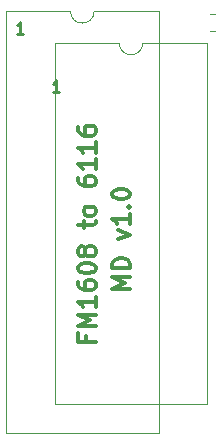
<source format=gto>
G04 #@! TF.GenerationSoftware,KiCad,Pcbnew,5.1.12-84ad8e8a86~92~ubuntu20.04.1*
G04 #@! TF.CreationDate,2022-05-17T18:41:04-04:00*
G04 #@! TF.ProjectId,fm1608-to-6116,666d3136-3038-42d7-946f-2d363131362e,1.0*
G04 #@! TF.SameCoordinates,Original*
G04 #@! TF.FileFunction,Legend,Top*
G04 #@! TF.FilePolarity,Positive*
%FSLAX46Y46*%
G04 Gerber Fmt 4.6, Leading zero omitted, Abs format (unit mm)*
G04 Created by KiCad (PCBNEW 5.1.12-84ad8e8a86~92~ubuntu20.04.1) date 2022-05-17 18:41:04*
%MOMM*%
%LPD*%
G01*
G04 APERTURE LIST*
%ADD10C,0.254000*%
%ADD11C,0.300000*%
%ADD12C,0.120000*%
%ADD13O,1.600000X1.600000*%
%ADD14R,1.600000X1.600000*%
G04 APERTURE END LIST*
D10*
X135227785Y-79136119D02*
X134647214Y-79136119D01*
X134937500Y-79136119D02*
X134937500Y-78120119D01*
X134840738Y-78265261D01*
X134743976Y-78362023D01*
X134647214Y-78410404D01*
X132179785Y-74183119D02*
X131599214Y-74183119D01*
X131889500Y-74183119D02*
X131889500Y-73167119D01*
X131792738Y-73312261D01*
X131695976Y-73409023D01*
X131599214Y-73457404D01*
D11*
X141204071Y-95745571D02*
X139704071Y-95745571D01*
X140775500Y-95245571D01*
X139704071Y-94745571D01*
X141204071Y-94745571D01*
X141204071Y-94031285D02*
X139704071Y-94031285D01*
X139704071Y-93674142D01*
X139775500Y-93459857D01*
X139918357Y-93317000D01*
X140061214Y-93245571D01*
X140346928Y-93174142D01*
X140561214Y-93174142D01*
X140846928Y-93245571D01*
X140989785Y-93317000D01*
X141132642Y-93459857D01*
X141204071Y-93674142D01*
X141204071Y-94031285D01*
X140204071Y-91531285D02*
X141204071Y-91174142D01*
X140204071Y-90817000D01*
X141204071Y-89459857D02*
X141204071Y-90317000D01*
X141204071Y-89888428D02*
X139704071Y-89888428D01*
X139918357Y-90031285D01*
X140061214Y-90174142D01*
X140132642Y-90317000D01*
X141061214Y-88817000D02*
X141132642Y-88745571D01*
X141204071Y-88817000D01*
X141132642Y-88888428D01*
X141061214Y-88817000D01*
X141204071Y-88817000D01*
X139704071Y-87817000D02*
X139704071Y-87674142D01*
X139775500Y-87531285D01*
X139846928Y-87459857D01*
X139989785Y-87388428D01*
X140275500Y-87317000D01*
X140632642Y-87317000D01*
X140918357Y-87388428D01*
X141061214Y-87459857D01*
X141132642Y-87531285D01*
X141204071Y-87674142D01*
X141204071Y-87817000D01*
X141132642Y-87959857D01*
X141061214Y-88031285D01*
X140918357Y-88102714D01*
X140632642Y-88174142D01*
X140275500Y-88174142D01*
X139989785Y-88102714D01*
X139846928Y-88031285D01*
X139775500Y-87959857D01*
X139704071Y-87817000D01*
X137497357Y-99729642D02*
X137497357Y-100229642D01*
X138283071Y-100229642D02*
X136783071Y-100229642D01*
X136783071Y-99515357D01*
X138283071Y-98943928D02*
X136783071Y-98943928D01*
X137854500Y-98443928D01*
X136783071Y-97943928D01*
X138283071Y-97943928D01*
X138283071Y-96443928D02*
X138283071Y-97301071D01*
X138283071Y-96872500D02*
X136783071Y-96872500D01*
X136997357Y-97015357D01*
X137140214Y-97158214D01*
X137211642Y-97301071D01*
X136783071Y-95158214D02*
X136783071Y-95443928D01*
X136854500Y-95586785D01*
X136925928Y-95658214D01*
X137140214Y-95801071D01*
X137425928Y-95872500D01*
X137997357Y-95872500D01*
X138140214Y-95801071D01*
X138211642Y-95729642D01*
X138283071Y-95586785D01*
X138283071Y-95301071D01*
X138211642Y-95158214D01*
X138140214Y-95086785D01*
X137997357Y-95015357D01*
X137640214Y-95015357D01*
X137497357Y-95086785D01*
X137425928Y-95158214D01*
X137354500Y-95301071D01*
X137354500Y-95586785D01*
X137425928Y-95729642D01*
X137497357Y-95801071D01*
X137640214Y-95872500D01*
X136783071Y-94086785D02*
X136783071Y-93943928D01*
X136854500Y-93801071D01*
X136925928Y-93729642D01*
X137068785Y-93658214D01*
X137354500Y-93586785D01*
X137711642Y-93586785D01*
X137997357Y-93658214D01*
X138140214Y-93729642D01*
X138211642Y-93801071D01*
X138283071Y-93943928D01*
X138283071Y-94086785D01*
X138211642Y-94229642D01*
X138140214Y-94301071D01*
X137997357Y-94372500D01*
X137711642Y-94443928D01*
X137354500Y-94443928D01*
X137068785Y-94372500D01*
X136925928Y-94301071D01*
X136854500Y-94229642D01*
X136783071Y-94086785D01*
X137425928Y-92729642D02*
X137354500Y-92872500D01*
X137283071Y-92943928D01*
X137140214Y-93015357D01*
X137068785Y-93015357D01*
X136925928Y-92943928D01*
X136854500Y-92872500D01*
X136783071Y-92729642D01*
X136783071Y-92443928D01*
X136854500Y-92301071D01*
X136925928Y-92229642D01*
X137068785Y-92158214D01*
X137140214Y-92158214D01*
X137283071Y-92229642D01*
X137354500Y-92301071D01*
X137425928Y-92443928D01*
X137425928Y-92729642D01*
X137497357Y-92872500D01*
X137568785Y-92943928D01*
X137711642Y-93015357D01*
X137997357Y-93015357D01*
X138140214Y-92943928D01*
X138211642Y-92872500D01*
X138283071Y-92729642D01*
X138283071Y-92443928D01*
X138211642Y-92301071D01*
X138140214Y-92229642D01*
X137997357Y-92158214D01*
X137711642Y-92158214D01*
X137568785Y-92229642D01*
X137497357Y-92301071D01*
X137425928Y-92443928D01*
X137283071Y-90586785D02*
X137283071Y-90015357D01*
X136783071Y-90372500D02*
X138068785Y-90372500D01*
X138211642Y-90301071D01*
X138283071Y-90158214D01*
X138283071Y-90015357D01*
X138283071Y-89301071D02*
X138211642Y-89443928D01*
X138140214Y-89515357D01*
X137997357Y-89586785D01*
X137568785Y-89586785D01*
X137425928Y-89515357D01*
X137354500Y-89443928D01*
X137283071Y-89301071D01*
X137283071Y-89086785D01*
X137354500Y-88943928D01*
X137425928Y-88872500D01*
X137568785Y-88801071D01*
X137997357Y-88801071D01*
X138140214Y-88872500D01*
X138211642Y-88943928D01*
X138283071Y-89086785D01*
X138283071Y-89301071D01*
X136783071Y-86372500D02*
X136783071Y-86658214D01*
X136854500Y-86801071D01*
X136925928Y-86872500D01*
X137140214Y-87015357D01*
X137425928Y-87086785D01*
X137997357Y-87086785D01*
X138140214Y-87015357D01*
X138211642Y-86943928D01*
X138283071Y-86801071D01*
X138283071Y-86515357D01*
X138211642Y-86372500D01*
X138140214Y-86301071D01*
X137997357Y-86229642D01*
X137640214Y-86229642D01*
X137497357Y-86301071D01*
X137425928Y-86372500D01*
X137354500Y-86515357D01*
X137354500Y-86801071D01*
X137425928Y-86943928D01*
X137497357Y-87015357D01*
X137640214Y-87086785D01*
X138283071Y-84801071D02*
X138283071Y-85658214D01*
X138283071Y-85229642D02*
X136783071Y-85229642D01*
X136997357Y-85372500D01*
X137140214Y-85515357D01*
X137211642Y-85658214D01*
X138283071Y-83372500D02*
X138283071Y-84229642D01*
X138283071Y-83801071D02*
X136783071Y-83801071D01*
X136997357Y-83943928D01*
X137140214Y-84086785D01*
X137211642Y-84229642D01*
X136783071Y-82086785D02*
X136783071Y-82372500D01*
X136854500Y-82515357D01*
X136925928Y-82586785D01*
X137140214Y-82729642D01*
X137425928Y-82801071D01*
X137997357Y-82801071D01*
X138140214Y-82729642D01*
X138211642Y-82658214D01*
X138283071Y-82515357D01*
X138283071Y-82229642D01*
X138211642Y-82086785D01*
X138140214Y-82015357D01*
X137997357Y-81943928D01*
X137640214Y-81943928D01*
X137497357Y-82015357D01*
X137425928Y-82086785D01*
X137354500Y-82229642D01*
X137354500Y-82515357D01*
X137425928Y-82658214D01*
X137497357Y-82729642D01*
X137640214Y-82801071D01*
D12*
X147981936Y-73950500D02*
X148436064Y-73950500D01*
X147981936Y-72480500D02*
X148436064Y-72480500D01*
X136160000Y-72266500D02*
X130700000Y-72266500D01*
X130700000Y-72266500D02*
X130700000Y-107946500D01*
X130700000Y-107946500D02*
X143620000Y-107946500D01*
X143620000Y-107946500D02*
X143620000Y-72266500D01*
X143620000Y-72266500D02*
X138160000Y-72266500D01*
X138160000Y-72266500D02*
G75*
G02*
X136160000Y-72266500I-1000000J0D01*
G01*
X140287500Y-74933500D02*
X134827500Y-74933500D01*
X134827500Y-74933500D02*
X134827500Y-105533500D01*
X134827500Y-105533500D02*
X147747500Y-105533500D01*
X147747500Y-105533500D02*
X147747500Y-74933500D01*
X147747500Y-74933500D02*
X142287500Y-74933500D01*
X142287500Y-74933500D02*
G75*
G02*
X140287500Y-74933500I-1000000J0D01*
G01*
%LPC*%
G36*
G01*
X148609000Y-73665501D02*
X148609000Y-72765499D01*
G75*
G02*
X148858999Y-72515500I249999J0D01*
G01*
X149559001Y-72515500D01*
G75*
G02*
X149809000Y-72765499I0J-249999D01*
G01*
X149809000Y-73665501D01*
G75*
G02*
X149559001Y-73915500I-249999J0D01*
G01*
X148858999Y-73915500D01*
G75*
G02*
X148609000Y-73665501I0J249999D01*
G01*
G37*
G36*
G01*
X146609000Y-73665501D02*
X146609000Y-72765499D01*
G75*
G02*
X146858999Y-72515500I249999J0D01*
G01*
X147559001Y-72515500D01*
G75*
G02*
X147809000Y-72765499I0J-249999D01*
G01*
X147809000Y-73665501D01*
G75*
G02*
X147559001Y-73915500I-249999J0D01*
G01*
X146858999Y-73915500D01*
G75*
G02*
X146609000Y-73665501I0J249999D01*
G01*
G37*
D13*
X144780000Y-73596500D03*
X129540000Y-106616500D03*
X144780000Y-76136500D03*
X129540000Y-104076500D03*
X144780000Y-78676500D03*
X129540000Y-101536500D03*
X144780000Y-81216500D03*
X129540000Y-98996500D03*
X144780000Y-83756500D03*
X129540000Y-96456500D03*
X144780000Y-86296500D03*
X129540000Y-93916500D03*
X144780000Y-88836500D03*
X129540000Y-91376500D03*
X144780000Y-91376500D03*
X129540000Y-88836500D03*
X144780000Y-93916500D03*
X129540000Y-86296500D03*
X144780000Y-96456500D03*
X129540000Y-83756500D03*
X144780000Y-98996500D03*
X129540000Y-81216500D03*
X144780000Y-101536500D03*
X129540000Y-78676500D03*
X144780000Y-104076500D03*
X129540000Y-76136500D03*
X144780000Y-106616500D03*
D14*
X129540000Y-73596500D03*
D13*
X148907500Y-76263500D03*
X133667500Y-104203500D03*
X148907500Y-78803500D03*
X133667500Y-101663500D03*
X148907500Y-81343500D03*
X133667500Y-99123500D03*
X148907500Y-83883500D03*
X133667500Y-96583500D03*
X148907500Y-86423500D03*
X133667500Y-94043500D03*
X148907500Y-88963500D03*
X133667500Y-91503500D03*
X148907500Y-91503500D03*
X133667500Y-88963500D03*
X148907500Y-94043500D03*
X133667500Y-86423500D03*
X148907500Y-96583500D03*
X133667500Y-83883500D03*
X148907500Y-99123500D03*
X133667500Y-81343500D03*
X148907500Y-101663500D03*
X133667500Y-78803500D03*
X148907500Y-104203500D03*
D14*
X133667500Y-76263500D03*
M02*

</source>
